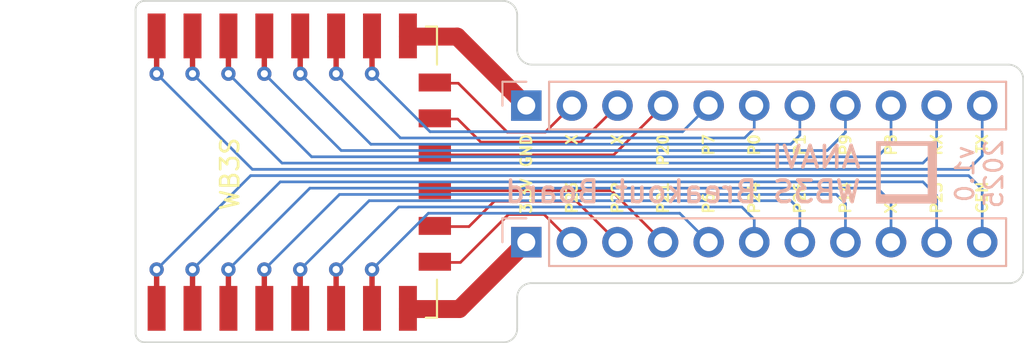
<source format=kicad_pcb>
(kicad_pcb (version 20240108) (generator "pcbnew") (generator_version "8.0")
  (layers (0 "F.Cu" signal) (31 "B.Cu" signal) (34 "B.Paste" user) (35 "F.Paste" user) (36 "B.SilkS" user "B.Silkscreen") (37 "F.SilkS" user "F.Silkscreen") (38 "B.Mask" user) (39 "F.Mask" user) (44 "Edge.Cuts" user))
  (net 0 "")
  (net 1 "VCC")
  (net 2 "CS0")
  (net 3 "MISO")
  (net 4 "IO9")
  (net 5 "IO13")
  (net 6 "IO12")
  (net 7 "IO14")
  (net 8 "IO16")
  (net 9 "EN")
  (net 10 "ADC0")
  (net 11 "RST")
  (net 12 "GND")
  (net 13 "SCLK")
  (net 14 "MOSI")
  (net 15 "IO10")
  (net 16 "IO15")
  (net 17 "IO2")
  (net 18 "IO0")
  (net 19 "IO4")
  (net 20 "IO5")
  (net 21 "RX")
  (net 22 "TX")
  (footprint "logo:anavi-logo" (layer "F.Cu") (at 132.75 82.5)
    (property "Reference" "G***" (hide yes))
    (property "Value" "LOGO" (hide yes))
    (fp_poly (pts (xy -1.5 1.7) (xy 1.886667 1.7) (xy 1.886667 -1.517334) (xy 1.378667 -1.517334) (xy 1.378667 1.192) (xy -1.246 1.192) (xy -1.246 -1.517334) (xy 1.378667 -1.517334) (xy 1.886667 -1.517334) (xy 1.886667 -1.771334) (xy -1.5 -1.771334) (xy -1.5 1.7)) (stroke (width 0.01)) (fill solid) (layer "B.SilkS"))
  )
  (footprint "RF_Module:ESP-12E" (layer "F.Cu") (at 94.664122 82.451755 90)
    (property "Reference" "U1" (hide yes))
    (property "Value" "ESP-12E" (hide yes))
    (fp_line (start 8.12 11.5) (end 8.12 12.12) (stroke (width 0.12)) (layer "F.SilkS"))
    (fp_line (start 8.12 12.12) (end 6 12.12) (stroke (width 0.12)) (layer "F.SilkS"))
    (fp_line (start -6 12.12) (end -8.12 12.12) (stroke (width 0.12)) (layer "F.SilkS"))
    (fp_line (start -8.12 12.12) (end -8.12 11.5) (stroke (width 0.12)) (layer "F.SilkS"))
    (pad "1" smd rect (at -7.6 -3.5 90) (size 2.5 1) (layers "F.Cu" "F.Paste" "F.Mask") (net 11 "RST"))
    (pad "2" smd rect (at -7.6 -1.5 90) (size 2.5 1) (layers "F.Cu" "F.Paste" "F.Mask") (net 10 "ADC0"))
    (pad "3" smd rect (at -7.6 0.5 90) (size 2.5 1) (layers "F.Cu" "F.Paste" "F.Mask") (net 9 "EN"))
    (pad "4" smd rect (at -7.6 2.5 90) (size 2.5 1) (layers "F.Cu" "F.Paste" "F.Mask") (net 8 "IO16"))
    (pad "5" smd rect (at -7.6 4.5 90) (size 2.5 1) (layers "F.Cu" "F.Paste" "F.Mask") (net 7 "IO14"))
    (pad "6" smd rect (at -7.6 6.5 90) (size 2.5 1) (layers "F.Cu" "F.Paste" "F.Mask") (net 6 "IO12"))
    (pad "7" smd rect (at -7.6 8.5 90) (size 2.5 1) (layers "F.Cu" "F.Paste" "F.Mask") (net 5 "IO13"))
    (pad "8" smd rect (at -7.6 10.5 90) (size 2.5 1) (layers "F.Cu" "F.Paste" "F.Mask") (net 1 "VCC"))
    (pad "9" smd rect (at -5 12 90) (size 1 1.8) (layers "F.Cu" "F.Paste" "F.Mask") (net 2 "CS0"))
    (pad "10" smd rect (at -3 12 90) (size 1 1.8) (layers "F.Cu" "F.Paste" "F.Mask") (net 3 "MISO"))
    (pad "11" smd rect (at -1 12 90) (size 1 1.8) (layers "F.Cu" "F.Paste" "F.Mask") (net 4 "IO9"))
    (pad "12" smd rect (at 1 12 90) (size 1 1.8) (layers "F.Cu" "F.Paste" "F.Mask") (net 15 "IO10"))
    (pad "13" smd rect (at 3 12 90) (size 1 1.8) (layers "F.Cu" "F.Paste" "F.Mask") (net 14 "MOSI"))
    (pad "14" smd rect (at 5 12 90) (size 1 1.8) (layers "F.Cu" "F.Paste" "F.Mask") (net 13 "SCLK"))
    (pad "15" smd rect (at 7.6 10.5 90) (size 2.5 1) (layers "F.Cu" "F.Paste" "F.Mask") (net 12 "GND"))
    (pad "16" smd rect (at 7.6 8.5 90) (size 2.5 1) (layers "F.Cu" "F.Paste" "F.Mask") (net 16 "IO15"))
    (pad "17" smd rect (at 7.6 6.5 90) (size 2.5 1) (layers "F.Cu" "F.Paste" "F.Mask") (net 17 "IO2"))
    (pad "18" smd rect (at 7.6 4.5 90) (size 2.5 1) (layers "F.Cu" "F.Paste" "F.Mask") (net 18 "IO0"))
    (pad "19" smd rect (at 7.6 2.5 90) (size 2.5 1) (layers "F.Cu" "F.Paste" "F.Mask") (net 19 "IO4"))
    (pad "20" smd rect (at 7.6 0.5 90) (size 2.5 1) (layers "F.Cu" "F.Paste" "F.Mask") (net 20 "IO5"))
    (pad "21" smd rect (at 7.6 -1.5 90) (size 2.5 1) (layers "F.Cu" "F.Paste" "F.Mask") (net 21 "RX"))
    (pad "22" smd rect (at 7.6 -3.5 90) (size 2.5 1) (layers "F.Cu" "F.Paste" "F.Mask") (net 22 "TX"))
  )
  (footprint "Connector_PinHeader_2.54mm:PinHeader_1x11_P2.54mm_Vertical" (layer "B.Cu") (at 111.76 86.36 -90)
    (property "Reference" "J1" (hide yes))
    (property "Value" "Conn_01x11_Male" (hide yes))
    (fp_line (start -1.33 1.33) (end 0 1.33) (stroke (width 0.12)) (layer "B.SilkS"))
    (fp_line (start -1.33 0) (end -1.33 1.33) (stroke (width 0.12)) (layer "B.SilkS"))
    (fp_line (start -1.33 -1.27) (end 1.33 -1.27) (stroke (width 0.12)) (layer "B.SilkS"))
    (fp_line (start -1.33 -1.27) (end -1.33 -26.73) (stroke (width 0.12)) (layer "B.SilkS"))
    (fp_line (start 1.33 -1.27) (end 1.33 -26.73) (stroke (width 0.12)) (layer "B.SilkS"))
    (fp_line (start -1.33 -26.73) (end 1.33 -26.73) (stroke (width 0.12)) (layer "B.SilkS"))
    (pad "1" thru_hole rect (at 0 0 270) (size 1.7 1.7) (drill 1) (layers "*.Cu" "*.Mask" "In1.Cu" "In2.Cu" "In3.Cu" "In4.Cu" "In5.Cu" "In6.Cu" "In7.Cu" "In8.Cu" "In9.Cu" "In10.Cu" "In11.Cu" "In12.Cu" "In13.Cu" "In14.Cu" "In15.Cu" "In16.Cu" "In17.Cu" "In18.Cu" "In19.Cu" "In20.Cu" "In21.Cu" "In22.Cu" "In23.Cu" "In24.Cu" "In25.Cu" "In26.Cu" "In27.Cu" "In28.Cu" "In29.Cu" "In30.Cu") (net 1 "VCC"))
    (pad "2" thru_hole oval (at 0 -2.54 270) (size 1.7 1.7) (drill 1) (layers "*.Cu" "*.Mask" "In1.Cu" "In2.Cu" "In3.Cu" "In4.Cu" "In5.Cu" "In6.Cu" "In7.Cu" "In8.Cu" "In9.Cu" "In10.Cu" "In11.Cu" "In12.Cu" "In13.Cu" "In14.Cu" "In15.Cu" "In16.Cu" "In17.Cu" "In18.Cu" "In19.Cu" "In20.Cu" "In21.Cu" "In22.Cu" "In23.Cu" "In24.Cu" "In25.Cu" "In26.Cu" "In27.Cu" "In28.Cu" "In29.Cu" "In30.Cu") (net 2 "CS0"))
    (pad "3" thru_hole oval (at 0 -5.08 270) (size 1.7 1.7) (drill 1) (layers "*.Cu" "*.Mask" "In1.Cu" "In2.Cu" "In3.Cu" "In4.Cu" "In5.Cu" "In6.Cu" "In7.Cu" "In8.Cu" "In9.Cu" "In10.Cu" "In11.Cu" "In12.Cu" "In13.Cu" "In14.Cu" "In15.Cu" "In16.Cu" "In17.Cu" "In18.Cu" "In19.Cu" "In20.Cu" "In21.Cu" "In22.Cu" "In23.Cu" "In24.Cu" "In25.Cu" "In26.Cu" "In27.Cu" "In28.Cu" "In29.Cu" "In30.Cu") (net 3 "MISO"))
    (pad "4" thru_hole oval (at 0 -7.62 270) (size 1.7 1.7) (drill 1) (layers "*.Cu" "*.Mask" "In1.Cu" "In2.Cu" "In3.Cu" "In4.Cu" "In5.Cu" "In6.Cu" "In7.Cu" "In8.Cu" "In9.Cu" "In10.Cu" "In11.Cu" "In12.Cu" "In13.Cu" "In14.Cu" "In15.Cu" "In16.Cu" "In17.Cu" "In18.Cu" "In19.Cu" "In20.Cu" "In21.Cu" "In22.Cu" "In23.Cu" "In24.Cu" "In25.Cu" "In26.Cu" "In27.Cu" "In28.Cu" "In29.Cu" "In30.Cu") (net 4 "IO9"))
    (pad "5" thru_hole oval (at 0 -10.16 270) (size 1.7 1.7) (drill 1) (layers "*.Cu" "*.Mask" "In1.Cu" "In2.Cu" "In3.Cu" "In4.Cu" "In5.Cu" "In6.Cu" "In7.Cu" "In8.Cu" "In9.Cu" "In10.Cu" "In11.Cu" "In12.Cu" "In13.Cu" "In14.Cu" "In15.Cu" "In16.Cu" "In17.Cu" "In18.Cu" "In19.Cu" "In20.Cu" "In21.Cu" "In22.Cu" "In23.Cu" "In24.Cu" "In25.Cu" "In26.Cu" "In27.Cu" "In28.Cu" "In29.Cu" "In30.Cu") (net 5 "IO13"))
    (pad "6" thru_hole oval (at 0 -12.7 270) (size 1.7 1.7) (drill 1) (layers "*.Cu" "*.Mask" "In1.Cu" "In2.Cu" "In3.Cu" "In4.Cu" "In5.Cu" "In6.Cu" "In7.Cu" "In8.Cu" "In9.Cu" "In10.Cu" "In11.Cu" "In12.Cu" "In13.Cu" "In14.Cu" "In15.Cu" "In16.Cu" "In17.Cu" "In18.Cu" "In19.Cu" "In20.Cu" "In21.Cu" "In22.Cu" "In23.Cu" "In24.Cu" "In25.Cu" "In26.Cu" "In27.Cu" "In28.Cu" "In29.Cu" "In30.Cu") (net 6 "IO12"))
    (pad "7" thru_hole oval (at 0 -15.24 270) (size 1.7 1.7) (drill 1) (layers "*.Cu" "*.Mask" "In1.Cu" "In2.Cu" "In3.Cu" "In4.Cu" "In5.Cu" "In6.Cu" "In7.Cu" "In8.Cu" "In9.Cu" "In10.Cu" "In11.Cu" "In12.Cu" "In13.Cu" "In14.Cu" "In15.Cu" "In16.Cu" "In17.Cu" "In18.Cu" "In19.Cu" "In20.Cu" "In21.Cu" "In22.Cu" "In23.Cu" "In24.Cu" "In25.Cu" "In26.Cu" "In27.Cu" "In28.Cu" "In29.Cu" "In30.Cu") (net 7 "IO14"))
    (pad "8" thru_hole oval (at 0 -17.78 270) (size 1.7 1.7) (drill 1) (layers "*.Cu" "*.Mask" "In1.Cu" "In2.Cu" "In3.Cu" "In4.Cu" "In5.Cu" "In6.Cu" "In7.Cu" "In8.Cu" "In9.Cu" "In10.Cu" "In11.Cu" "In12.Cu" "In13.Cu" "In14.Cu" "In15.Cu" "In16.Cu" "In17.Cu" "In18.Cu" "In19.Cu" "In20.Cu" "In21.Cu" "In22.Cu" "In23.Cu" "In24.Cu" "In25.Cu" "In26.Cu" "In27.Cu" "In28.Cu" "In29.Cu" "In30.Cu") (net 8 "IO16"))
    (pad "9" thru_hole oval (at 0 -20.32 270) (size 1.7 1.7) (drill 1) (layers "*.Cu" "*.Mask" "In1.Cu" "In2.Cu" "In3.Cu" "In4.Cu" "In5.Cu" "In6.Cu" "In7.Cu" "In8.Cu" "In9.Cu" "In10.Cu" "In11.Cu" "In12.Cu" "In13.Cu" "In14.Cu" "In15.Cu" "In16.Cu" "In17.Cu" "In18.Cu" "In19.Cu" "In20.Cu" "In21.Cu" "In22.Cu" "In23.Cu" "In24.Cu" "In25.Cu" "In26.Cu" "In27.Cu" "In28.Cu" "In29.Cu" "In30.Cu") (net 9 "EN"))
    (pad "10" thru_hole oval (at 0 -22.86 270) (size 1.7 1.7) (drill 1) (layers "*.Cu" "*.Mask" "In1.Cu" "In2.Cu" "In3.Cu" "In4.Cu" "In5.Cu" "In6.Cu" "In7.Cu" "In8.Cu" "In9.Cu" "In10.Cu" "In11.Cu" "In12.Cu" "In13.Cu" "In14.Cu" "In15.Cu" "In16.Cu" "In17.Cu" "In18.Cu" "In19.Cu" "In20.Cu" "In21.Cu" "In22.Cu" "In23.Cu" "In24.Cu" "In25.Cu" "In26.Cu" "In27.Cu" "In28.Cu" "In29.Cu" "In30.Cu") (net 10 "ADC0"))
    (pad "11" thru_hole oval (at 0 -25.4 270) (size 1.7 1.7) (drill 1) (layers "*.Cu" "*.Mask" "In1.Cu" "In2.Cu" "In3.Cu" "In4.Cu" "In5.Cu" "In6.Cu" "In7.Cu" "In8.Cu" "In9.Cu" "In10.Cu" "In11.Cu" "In12.Cu" "In13.Cu" "In14.Cu" "In15.Cu" "In16.Cu" "In17.Cu" "In18.Cu" "In19.Cu" "In20.Cu" "In21.Cu" "In22.Cu" "In23.Cu" "In24.Cu" "In25.Cu" "In26.Cu" "In27.Cu" "In28.Cu" "In29.Cu" "In30.Cu") (net 11 "RST"))
  )
  (footprint "Connector_PinHeader_2.54mm:PinHeader_1x11_P2.54mm_Vertical" (layer "B.Cu") (at 111.76 78.74 -90)
    (property "Reference" "J2" (hide yes))
    (property "Value" "Conn_01x11_Male" (hide yes))
    (fp_line (start -1.33 1.33) (end 0 1.33) (stroke (width 0.12)) (layer "B.SilkS"))
    (fp_line (start -1.33 0) (end -1.33 1.33) (stroke (width 0.12)) (layer "B.SilkS"))
    (fp_line (start -1.33 -1.27) (end 1.33 -1.27) (stroke (width 0.12)) (layer "B.SilkS"))
    (fp_line (start -1.33 -1.27) (end -1.33 -26.73) (stroke (width 0.12)) (layer "B.SilkS"))
    (fp_line (start 1.33 -1.27) (end 1.33 -26.73) (stroke (width 0.12)) (layer "B.SilkS"))
    (fp_line (start -1.33 -26.73) (end 1.33 -26.73) (stroke (width 0.12)) (layer "B.SilkS"))
    (pad "1" thru_hole rect (at 0 0 270) (size 1.7 1.7) (drill 1) (layers "*.Cu" "*.Mask" "In1.Cu" "In2.Cu" "In3.Cu" "In4.Cu" "In5.Cu" "In6.Cu" "In7.Cu" "In8.Cu" "In9.Cu" "In10.Cu" "In11.Cu" "In12.Cu" "In13.Cu" "In14.Cu" "In15.Cu" "In16.Cu" "In17.Cu" "In18.Cu" "In19.Cu" "In20.Cu" "In21.Cu" "In22.Cu" "In23.Cu" "In24.Cu" "In25.Cu" "In26.Cu" "In27.Cu" "In28.Cu" "In29.Cu" "In30.Cu") (net 12 "GND"))
    (pad "2" thru_hole oval (at 0 -2.54 270) (size 1.7 1.7) (drill 1) (layers "*.Cu" "*.Mask" "In1.Cu" "In2.Cu" "In3.Cu" "In4.Cu" "In5.Cu" "In6.Cu" "In7.Cu" "In8.Cu" "In9.Cu" "In10.Cu" "In11.Cu" "In12.Cu" "In13.Cu" "In14.Cu" "In15.Cu" "In16.Cu" "In17.Cu" "In18.Cu" "In19.Cu" "In20.Cu" "In21.Cu" "In22.Cu" "In23.Cu" "In24.Cu" "In25.Cu" "In26.Cu" "In27.Cu" "In28.Cu" "In29.Cu" "In30.Cu") (net 13 "SCLK"))
    (pad "3" thru_hole oval (at 0 -5.08 270) (size 1.7 1.7) (drill 1) (layers "*.Cu" "*.Mask" "In1.Cu" "In2.Cu" "In3.Cu" "In4.Cu" "In5.Cu" "In6.Cu" "In7.Cu" "In8.Cu" "In9.Cu" "In10.Cu" "In11.Cu" "In12.Cu" "In13.Cu" "In14.Cu" "In15.Cu" "In16.Cu" "In17.Cu" "In18.Cu" "In19.Cu" "In20.Cu" "In21.Cu" "In22.Cu" "In23.Cu" "In24.Cu" "In25.Cu" "In26.Cu" "In27.Cu" "In28.Cu" "In29.Cu" "In30.Cu") (net 14 "MOSI"))
    (pad "4" thru_hole oval (at 0 -7.62 270) (size 1.7 1.7) (drill 1) (layers "*.Cu" "*.Mask" "In1.Cu" "In2.Cu" "In3.Cu" "In4.Cu" "In5.Cu" "In6.Cu" "In7.Cu" "In8.Cu" "In9.Cu" "In10.Cu" "In11.Cu" "In12.Cu" "In13.Cu" "In14.Cu" "In15.Cu" "In16.Cu" "In17.Cu" "In18.Cu" "In19.Cu" "In20.Cu" "In21.Cu" "In22.Cu" "In23.Cu" "In24.Cu" "In25.Cu" "In26.Cu" "In27.Cu" "In28.Cu" "In29.Cu" "In30.Cu") (net 15 "IO10"))
    (pad "5" thru_hole oval (at 0 -10.16 270) (size 1.7 1.7) (drill 1) (layers "*.Cu" "*.Mask" "In1.Cu" "In2.Cu" "In3.Cu" "In4.Cu" "In5.Cu" "In6.Cu" "In7.Cu" "In8.Cu" "In9.Cu" "In10.Cu" "In11.Cu" "In12.Cu" "In13.Cu" "In14.Cu" "In15.Cu" "In16.Cu" "In17.Cu" "In18.Cu" "In19.Cu" "In20.Cu" "In21.Cu" "In22.Cu" "In23.Cu" "In24.Cu" "In25.Cu" "In26.Cu" "In27.Cu" "In28.Cu" "In29.Cu" "In30.Cu") (net 16 "IO15"))
    (pad "6" thru_hole oval (at 0 -12.7 270) (size 1.7 1.7) (drill 1) (layers "*.Cu" "*.Mask" "In1.Cu" "In2.Cu" "In3.Cu" "In4.Cu" "In5.Cu" "In6.Cu" "In7.Cu" "In8.Cu" "In9.Cu" "In10.Cu" "In11.Cu" "In12.Cu" "In13.Cu" "In14.Cu" "In15.Cu" "In16.Cu" "In17.Cu" "In18.Cu" "In19.Cu" "In20.Cu" "In21.Cu" "In22.Cu" "In23.Cu" "In24.Cu" "In25.Cu" "In26.Cu" "In27.Cu" "In28.Cu" "In29.Cu" "In30.Cu") (net 17 "IO2"))
    (pad "7" thru_hole oval (at 0 -15.24 270) (size 1.7 1.7) (drill 1) (layers "*.Cu" "*.Mask" "In1.Cu" "In2.Cu" "In3.Cu" "In4.Cu" "In5.Cu" "In6.Cu" "In7.Cu" "In8.Cu" "In9.Cu" "In10.Cu" "In11.Cu" "In12.Cu" "In13.Cu" "In14.Cu" "In15.Cu" "In16.Cu" "In17.Cu" "In18.Cu" "In19.Cu" "In20.Cu" "In21.Cu" "In22.Cu" "In23.Cu" "In24.Cu" "In25.Cu" "In26.Cu" "In27.Cu" "In28.Cu" "In29.Cu" "In30.Cu") (net 18 "IO0"))
    (pad "8" thru_hole oval (at 0 -17.78 270) (size 1.7 1.7) (drill 1) (layers "*.Cu" "*.Mask" "In1.Cu" "In2.Cu" "In3.Cu" "In4.Cu" "In5.Cu" "In6.Cu" "In7.Cu" "In8.Cu" "In9.Cu" "In10.Cu" "In11.Cu" "In12.Cu" "In13.Cu" "In14.Cu" "In15.Cu" "In16.Cu" "In17.Cu" "In18.Cu" "In19.Cu" "In20.Cu" "In21.Cu" "In22.Cu" "In23.Cu" "In24.Cu" "In25.Cu" "In26.Cu" "In27.Cu" "In28.Cu" "In29.Cu" "In30.Cu") (net 19 "IO4"))
    (pad "9" thru_hole oval (at 0 -20.32 270) (size 1.7 1.7) (drill 1) (layers "*.Cu" "*.Mask" "In1.Cu" "In2.Cu" "In3.Cu" "In4.Cu" "In5.Cu" "In6.Cu" "In7.Cu" "In8.Cu" "In9.Cu" "In10.Cu" "In11.Cu" "In12.Cu" "In13.Cu" "In14.Cu" "In15.Cu" "In16.Cu" "In17.Cu" "In18.Cu" "In19.Cu" "In20.Cu" "In21.Cu" "In22.Cu" "In23.Cu" "In24.Cu" "In25.Cu" "In26.Cu" "In27.Cu" "In28.Cu" "In29.Cu" "In30.Cu") (net 20 "IO5"))
    (pad "10" thru_hole oval (at 0 -22.86 270) (size 1.7 1.7) (drill 1) (layers "*.Cu" "*.Mask" "In1.Cu" "In2.Cu" "In3.Cu" "In4.Cu" "In5.Cu" "In6.Cu" "In7.Cu" "In8.Cu" "In9.Cu" "In10.Cu" "In11.Cu" "In12.Cu" "In13.Cu" "In14.Cu" "In15.Cu" "In16.Cu" "In17.Cu" "In18.Cu" "In19.Cu" "In20.Cu" "In21.Cu" "In22.Cu" "In23.Cu" "In24.Cu" "In25.Cu" "In26.Cu" "In27.Cu" "In28.Cu" "In29.Cu" "In30.Cu") (net 21 "RX"))
    (pad "11" thru_hole oval (at 0 -25.4 270) (size 1.7 1.7) (drill 1) (layers "*.Cu" "*.Mask" "In1.Cu" "In2.Cu" "In3.Cu" "In4.Cu" "In5.Cu" "In6.Cu" "In7.Cu" "In8.Cu" "In9.Cu" "In10.Cu" "In11.Cu" "In12.Cu" "In13.Cu" "In14.Cu" "In15.Cu" "In16.Cu" "In17.Cu" "In18.Cu" "In19.Cu" "In20.Cu" "In21.Cu" "In22.Cu" "In23.Cu" "In24.Cu" "In25.Cu" "In26.Cu" "In27.Cu" "In28.Cu" "In29.Cu" "In30.Cu") (net 22 "TX"))
  )
  (gr_line (start 112.055818 76.454) (end 138.642181 76.454) (stroke (width 0.1)) (layer "Edge.Cuts"))
  (gr_line (start 110.49 91.948) (end 90.5 91.948) (stroke (width 0.1)) (layer "Edge.Cuts"))
  (gr_arc (start 110.459185 72.898) (mid 111.009003 73.119386) (end 111.252 73.66) (stroke (width 0.1)) (layer "Edge.Cuts"))
  (gr_line (start 138.684 88.646) (end 112.014 88.646) (stroke (width 0.1)) (layer "Edge.Cuts"))
  (gr_arc (start 138.642181 76.454) (mid 139.197678 76.695941) (end 139.446 77.248615) (stroke (width 0.1)) (layer "Edge.Cuts"))
  (gr_line (start 89.992 91.44) (end 89.992 73.406) (stroke (width 0.1)) (layer "Edge.Cuts"))
  (gr_arc (start 90.5 91.948) (mid 90.14079 91.79921) (end 89.992 91.44) (stroke (width 0.1)) (layer "Edge.Cuts"))
  (gr_arc (start 111.252 91.186) (mid 111.028815 91.724815) (end 110.49 91.948) (stroke (width 0.1)) (layer "Edge.Cuts"))
  (gr_line (start 90.5 72.898) (end 110.459185 72.898) (stroke (width 0.1)) (layer "Edge.Cuts"))
  (gr_arc (start 112.055818 76.454) (mid 111.500321 76.21206) (end 111.252 75.659386) (stroke (width 0.1)) (layer "Edge.Cuts"))
  (gr_arc (start 139.446 87.884) (mid 139.222815 88.422815) (end 138.684 88.646) (stroke (width 0.1)) (layer "Edge.Cuts"))
  (gr_arc (start 111.252 89.438815) (mid 111.473386 88.888997) (end 112.014 88.646) (stroke (width 0.1)) (layer "Edge.Cuts"))
  (gr_line (start 111.252 73.66) (end 111.252 75.659386) (stroke (width 0.1)) (layer "Edge.Cuts"))
  (gr_line (start 139.446 77.248615) (end 139.446 87.884) (stroke (width 0.1)) (layer "Edge.Cuts"))
  (gr_arc (start 89.992 73.406) (mid 90.14079 73.04679) (end 90.5 72.898) (stroke (width 0.1)) (layer "Edge.Cuts"))
  (gr_line (start 111.252 89.438815) (end 111.252 91.186) (stroke (width 0.1)) (layer "Edge.Cuts"))
  (gr_text "v1.0\n2025" (at 137 82.55 90) (layer "B.SilkS") (effects (font (size 1 1)) (justify mirror)))
  (gr_text "ANAVI\nWB3S Breakout Board" (at 130.5 84.25 0) (layer "B.SilkS") (effects (font (size 1.2 1.2) (thickness 0.2) (bold yes)) (justify left bottom mirror)))
  (gr_text "P1" (at 127 80.264 90) (layer "F.SilkS") (effects (font (size 0.6 0.6) (thickness 0.125)) (justify right)))
  (gr_text "P21" (at 119.38 84.836 90) (layer "F.SilkS") (effects (font (size 0.6 0.6) (thickness 0.125)) (justify left)))
  (gr_text "P9" (at 129.54 80.264 90) (layer "F.SilkS") (effects (font (size 0.6 0.6) (thickness 0.125)) (justify right)))
  (gr_text "TX" (at 137.16 80.264 90) (layer "F.SilkS") (effects (font (size 0.6 0.6) (thickness 0.125)) (justify right)))
  (gr_text "WB3S" (at 95.25 82.55 90) (layer "F.SilkS") (effects (font (size 1 1))))
  (gr_text "P20" (at 119.38 80.264 90) (layer "F.SilkS") (effects (font (size 0.6 0.6) (thickness 0.125)) (justify right)))
  (gr_text "X" (at 116.84 80.264 90) (layer "F.SilkS") (effects (font (size 0.6 0.6) (thickness 0.125)) (justify right)))
  (gr_text "X" (at 132.08 84.836 90) (layer "F.SilkS") (effects (font (size 0.6 0.6) (thickness 0.125)) (justify left)))
  (gr_text "P23" (at 114.3 84.836 90) (layer "F.SilkS") (effects (font (size 0.6 0.6) (thickness 0.125)) (justify left)))
  (gr_text "X" (at 114.3 80.264 90) (layer "F.SilkS") (effects (font (size 0.6 0.6) (thickness 0.125)) (justify right)))
  (gr_text "P7" (at 121.92 80.264 90) (layer "F.SilkS") (effects (font (size 0.6 0.6) (thickness 0.125)) (justify right)))
  (gr_text "P6" (at 121.92 84.836 90) (layer "F.SilkS") (effects (font (size 0.6 0.6) (thickness 0.125)) (justify left)))
  (gr_text "P14" (at 129.54 84.836 90) (layer "F.SilkS") (effects (font (size 0.6 0.6) (thickness 0.125)) (justify left)))
  (gr_text "P0" (at 124.46 80.264 90) (layer "F.SilkS") (effects (font (size 0.6 0.6) (thickness 0.125)) (justify right)))
  (gr_text "P8" (at 132.08 80.264 90) (layer "F.SilkS") (effects (font (size 0.6 0.6) (thickness 0.125)) (justify right)))
  (gr_text "P23" (at 134.62 84.836 90) (layer "F.SilkS") (effects (font (size 0.6 0.6) (thickness 0.125)) (justify left)))
  (gr_text "P26" (at 127 84.836 90) (layer "F.SilkS") (effects (font (size 0.6 0.6) (thickness 0.125)) (justify left)))
  (gr_text "CEN" (at 137.16 84.836 90) (layer "F.SilkS") (effects (font (size 0.6 0.6) (thickness 0.125)) (justify left)))
  (gr_text "GND" (at 111.76 80.264 90) (layer "F.SilkS") (effects (font (size 0.6 0.6) (thickness 0.125)) (justify right)))
  (gr_text "3.3V" (at 111.76 84.836 90) (layer "F.SilkS") (effects (font (size 0.6 0.6) (thickness 0.125)) (justify left)))
  (gr_text "P24" (at 124.46 84.836 90) (layer "F.SilkS") (effects (font (size 0.6 0.6) (thickness 0.125)) (justify left)))
  (gr_text "P22" (at 116.84 84.836 90) (layer "F.SilkS") (effects (font (size 0.6 0.6) (thickness 0.125)) (justify left)))
  (gr_text "RX" (at 134.62 80.264 90) (layer "F.SilkS") (effects (font (size 0.6 0.6) (thickness 0.125)) (justify right)))
  (segment (start 108.029564 90.090436) (end 111.76 86.36) (width 1) (layer "F.Cu") (net 1))
  (segment (start 105.164926 90.090436) (end 108.029564 90.090436) (width 1) (layer "F.Cu") (net 1))
  (segment (start 108.089564 87.490436) (end 110.765022 84.814978) (width 0.15) (layer "F.Cu") (net 2))
  (segment (start 112.754978 84.814978) (end 114.3 86.36) (width 0.15) (layer "F.Cu") (net 2))
  (segment (start 110.765022 84.814978) (end 112.754978 84.814978) (width 0.15) (layer "F.Cu") (net 2))
  (segment (start 106.664926 87.490436) (end 108.089564 87.490436) (width 0.15) (layer "F.Cu") (net 2))
  (segment (start 109.855 84.201) (end 109.982 84.074) (width 0.15) (layer "F.Cu") (net 3))
  (segment (start 109.982 84.074) (end 114.554 84.074) (width 0.15) (layer "F.Cu") (net 3))
  (segment (start 108.565564 85.490436) (end 109.855 84.201) (width 0.15) (layer "F.Cu") (net 3))
  (segment (start 114.554 84.074) (end 116.84 86.36) (width 0.15) (layer "F.Cu") (net 3))
  (segment (start 106.664926 85.490436) (end 108.565564 85.490436) (width 0.15) (layer "F.Cu") (net 3))
  (segment (start 116.510436 83.490436) (end 119.38 86.36) (width 0.15) (layer "F.Cu") (net 4))
  (segment (start 106.664926 83.490436) (end 116.510436 83.490436) (width 0.15) (layer "F.Cu") (net 4))
  (segment (start 103.164926 87.884) (end 103.164926 90.090436) (width 0.3) (layer "F.Cu") (net 5))
  (via (at 103.164926 87.884) (size 0.8) (drill 0.4) (layers "F.Cu" "B.Cu") (net 5))
  (segment (start 106.302926 84.746) (end 103.164926 87.884) (width 0.15) (layer "B.Cu") (net 5))
  (segment (start 120.306 84.746) (end 106.302926 84.746) (width 0.15) (layer "B.Cu") (net 5))
  (segment (start 121.92 86.36) (end 120.306 84.746) (width 0.15) (layer "B.Cu") (net 5))
  (segment (start 101.164926 87.884) (end 101.164926 90.090436) (width 0.3) (layer "F.Cu") (net 6))
  (via (at 101.164926 87.884) (size 0.8) (drill 0.4) (layers "F.Cu" "B.Cu") (net 6))
  (segment (start 124.46 85.09) (end 123.766 84.396) (width 0.15) (layer "B.Cu") (net 6))
  (segment (start 104.652926 84.396) (end 101.164926 87.884) (width 0.15) (layer "B.Cu") (net 6))
  (segment (start 124.46 86.36) (end 124.46 85.09) (width 0.15) (layer "B.Cu") (net 6))
  (segment (start 123.766 84.396) (end 104.652926 84.396) (width 0.15) (layer "B.Cu") (net 6))
  (segment (start 99.164926 87.884) (end 99.164926 90.090436) (width 0.3) (layer "F.Cu") (net 7))
  (via (at 99.164926 87.884) (size 0.8) (drill 0.4) (layers "F.Cu" "B.Cu") (net 7))
  (segment (start 126.492 84.046) (end 103.002926 84.046) (width 0.15) (layer "B.Cu") (net 7))
  (segment (start 127 86.36) (end 127 84.554) (width 0.15) (layer "B.Cu") (net 7))
  (segment (start 127 84.554) (end 126.492 84.046) (width 0.15) (layer "B.Cu") (net 7))
  (segment (start 103.002926 84.046) (end 99.164926 87.884) (width 0.15) (layer "B.Cu") (net 7))
  (segment (start 97.164926 87.884) (end 97.164926 90.090436) (width 0.3) (layer "F.Cu") (net 8))
  (via (at 97.164926 87.884) (size 0.8) (drill 0.4) (layers "F.Cu" "B.Cu") (net 8))
  (segment (start 101.352926 83.696) (end 97.164926 87.884) (width 0.15) (layer "B.Cu") (net 8))
  (segment (start 129.54 84.204) (end 129.032 83.696) (width 0.15) (layer "B.Cu") (net 8))
  (segment (start 129.54 86.36) (end 129.54 84.204) (width 0.15) (layer "B.Cu") (net 8))
  (segment (start 129.032 83.696) (end 101.352926 83.696) (width 0.15) (layer "B.Cu") (net 8))
  (segment (start 95.164926 87.884) (end 95.164926 90.090436) (width 0.3) (layer "F.Cu") (net 9))
  (via (at 95.164926 87.884) (size 0.8) (drill 0.4) (layers "F.Cu" "B.Cu") (net 9))
  (segment (start 132.08 84.108) (end 131.318 83.346) (width 0.15) (layer "B.Cu") (net 9))
  (segment (start 99.702926 83.346) (end 95.164926 87.884) (width 0.15) (layer "B.Cu") (net 9))
  (segment (start 132.08 86.36) (end 132.08 84.108) (width 0.15) (layer "B.Cu") (net 9))
  (segment (start 131.318 83.346) (end 99.702926 83.346) (width 0.15) (layer "B.Cu") (net 9))
  (segment (start 93.164926 87.884) (end 93.164926 90.090436) (width 0.3) (layer "F.Cu") (net 10))
  (via (at 93.164926 87.884) (size 0.8) (drill 0.4) (layers "F.Cu" "B.Cu") (net 10))
  (segment (start 134.62 83.758) (end 134.62 86.36) (width 0.15) (layer "B.Cu") (net 10))
  (segment (start 93.164926 87.884) (end 98.052926 82.996) (width 0.15) (layer "B.Cu") (net 10))
  (segment (start 133.858 82.996) (end 134.62 83.758) (width 0.15) (layer "B.Cu") (net 10))
  (segment (start 98.052926 82.996) (end 133.858 82.996) (width 0.15) (layer "B.Cu") (net 10))
  (segment (start 91.164926 87.884) (end 91.164926 90.090436) (width 0.3) (layer "F.Cu") (net 11))
  (via (at 91.164926 87.884) (size 0.8) (drill 0.4) (layers "F.Cu" "B.Cu") (net 11))
  (segment (start 136.398 82.646) (end 137.16 83.408) (width 0.15) (layer "B.Cu") (net 11))
  (segment (start 96.402926 82.646) (end 136.398 82.646) (width 0.15) (layer "B.Cu") (net 11))
  (segment (start 137.16 83.408) (end 137.16 86.36) (width 0.15) (layer "B.Cu") (net 11))
  (segment (start 91.164926 87.884) (end 96.402926 82.646) (width 0.15) (layer "B.Cu") (net 11))
  (segment (start 107.910436 74.890436) (end 111.76 78.74) (width 1) (layer "F.Cu") (net 12))
  (segment (start 105.164926 74.890436) (end 107.910436 74.890436) (width 1) (layer "F.Cu") (net 12))
  (segment (start 114.3 78.74) (end 112.820179 80.219821) (width 0.15) (layer "F.Cu") (net 13))
  (segment (start 110.699821 80.219821) (end 107.970436 77.490436) (width 0.15) (layer "F.Cu") (net 13))
  (segment (start 112.820179 80.219821) (end 110.699821 80.219821) (width 0.15) (layer "F.Cu") (net 13))
  (segment (start 107.970436 77.490436) (end 106.664926 77.490436) (width 0.15) (layer "F.Cu") (net 13))
  (segment (start 109.22 80.772) (end 114.808 80.772) (width 0.15) (layer "F.Cu") (net 14))
  (segment (start 106.664926 79.490436) (end 107.938436 79.490436) (width 0.15) (layer "F.Cu") (net 14))
  (segment (start 107.938436 79.490436) (end 109.22 80.772) (width 0.15) (layer "F.Cu") (net 14))
  (segment (start 114.808 80.772) (end 116.84 78.74) (width 0.15) (layer "F.Cu") (net 14))
  (segment (start 116.629564 81.490436) (end 119.38 78.74) (width 0.15) (layer "F.Cu") (net 15))
  (segment (start 106.664926 81.490436) (end 116.629564 81.490436) (width 0.15) (layer "F.Cu") (net 15))
  (segment (start 103.164926 74.890436) (end 103.164926 76.962) (width 0.3) (layer "F.Cu") (net 16))
  (via (at 103.164926 76.962) (size 0.8) (drill 0.4) (layers "F.Cu" "B.Cu") (net 16))
  (segment (start 106.398926 80.196) (end 120.464 80.196) (width 0.15) (layer "B.Cu") (net 16))
  (segment (start 103.164926 76.962) (end 106.398926 80.196) (width 0.15) (layer "B.Cu") (net 16))
  (segment (start 120.464 80.196) (end 121.92 78.74) (width 0.15) (layer "B.Cu") (net 16))
  (segment (start 101.164926 76.962) (end 101.164926 74.890436) (width 0.3) (layer "F.Cu") (net 17))
  (via (at 101.164926 76.962) (size 0.8) (drill 0.4) (layers "F.Cu" "B.Cu") (net 17))
  (segment (start 124.46 80.01) (end 123.924 80.546) (width 0.15) (layer "B.Cu") (net 17))
  (segment (start 124.46 78.74) (end 124.46 80.01) (width 0.15) (layer "B.Cu") (net 17))
  (segment (start 123.924 80.546) (end 104.748926 80.546) (width 0.15) (layer "B.Cu") (net 17))
  (segment (start 104.748926 80.546) (end 101.164926 76.962) (width 0.15) (layer "B.Cu") (net 17))
  (segment (start 99.164926 76.962) (end 99.164926 74.890436) (width 0.3) (layer "F.Cu") (net 18))
  (via (at 99.164926 76.962) (size 0.8) (drill 0.4) (layers "F.Cu" "B.Cu") (net 18))
  (segment (start 127 78.74) (end 127 80.388) (width 0.15) (layer "B.Cu") (net 18))
  (segment (start 103.098926 80.896) (end 99.164926 76.962) (width 0.15) (layer "B.Cu") (net 18))
  (segment (start 127 80.388) (end 126.492 80.896) (width 0.15) (layer "B.Cu") (net 18))
  (segment (start 126.492 80.896) (end 103.098926 80.896) (width 0.15) (layer "B.Cu") (net 18))
  (segment (start 97.164926 76.963426) (end 97.164926 74.890436) (width 0.3) (layer "F.Cu") (net 19))
  (via (at 97.164926 76.963426) (size 0.8) (drill 0.4) (layers "F.Cu" "B.Cu") (net 19))
  (segment (start 129.54 80.23) (end 128.524 81.246) (width 0.15) (layer "B.Cu") (net 19))
  (segment (start 129.54 78.74) (end 129.54 80.23) (width 0.15) (layer "B.Cu") (net 19))
  (segment (start 101.4475 81.246) (end 97.164926 76.963426) (width 0.15) (layer "B.Cu") (net 19))
  (segment (start 128.524 81.246) (end 101.4475 81.246) (width 0.15) (layer "B.Cu") (net 19))
  (segment (start 95.164926 76.962) (end 95.164926 74.890436) (width 0.3) (layer "F.Cu") (net 20))
  (via (at 95.164926 76.962) (size 0.8) (drill 0.4) (layers "F.Cu" "B.Cu") (net 20))
  (segment (start 99.798926 81.596) (end 95.164926 76.962) (width 0.15) (layer "B.Cu") (net 20))
  (segment (start 131.318 81.596) (end 99.798926 81.596) (width 0.15) (layer "B.Cu") (net 20))
  (segment (start 132.08 80.834) (end 131.318 81.596) (width 0.15) (layer "B.Cu") (net 20))
  (segment (start 132.08 78.74) (end 132.08 80.834) (width 0.15) (layer "B.Cu") (net 20))
  (segment (start 93.164926 76.962) (end 93.164926 74.890436) (width 0.3) (layer "F.Cu") (net 21))
  (via (at 93.164926 76.962) (size 0.8) (drill 0.4) (layers "F.Cu" "B.Cu") (net 21))
  (segment (start 133.858 81.946) (end 98.148926 81.946) (width 0.15) (layer "B.Cu") (net 21))
  (segment (start 98.148926 81.946) (end 93.164926 76.962) (width 0.15) (layer "B.Cu") (net 21))
  (segment (start 134.62 81.184) (end 133.858 81.946) (width 0.15) (layer "B.Cu") (net 21))
  (segment (start 134.62 78.74) (end 134.62 81.184) (width 0.15) (layer "B.Cu") (net 21))
  (segment (start 91.164926 76.962) (end 91.164926 74.890436) (width 0.3) (layer "F.Cu") (net 22))
  (via (at 91.164926 76.962) (size 0.8) (drill 0.4) (layers "F.Cu" "B.Cu") (net 22))
  (segment (start 136.398 82.296) (end 137.16 81.534) (width 0.15) (layer "B.Cu") (net 22))
  (segment (start 96.498926 82.296) (end 136.398 82.296) (width 0.15) (layer "B.Cu") (net 22))
  (segment (start 91.164926 76.962) (end 96.498926 82.296) (width 0.15) (layer "B.Cu") (net 22))
  (segment (start 137.16 81.534) (end 137.16 78.74) (width 0.15) (layer "B.Cu") (net 22))
)
</source>
